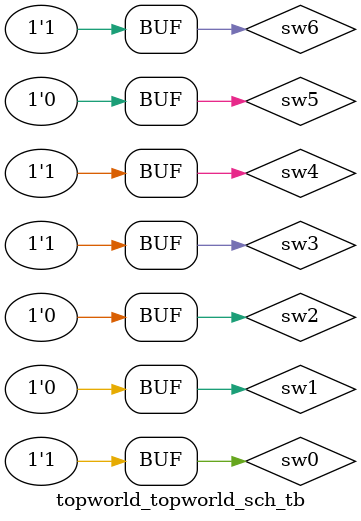
<source format=v>

`timescale 1ns / 1ps

module topworld_topworld_sch_tb();

// Inputs
   reg Cin;
   reg a1;
   reg b0;
   reg a0;
   reg b2;
   reg b1;
   reg a2;

// Output
   wire S3;
   wire s2;
   wire s0;
   wire s1;

// Bidirs

// Instantiate the UUT
   topworld UUT (
		.S3(S3), 
		.Cin(Cin), 
		.a1(a1), 
		.b0(b0), 
		.a0(a0), 
		.b2(b2), 
		.b1(b1), 
		.a2(a2), 
		.s2(s2), 
		.s0(s0), 
		.s1(s1)
   );
// Initialize Inputs
   `ifdef auto_init
       initial begin
		Cin = 0;
		a1 = 0;
		b0 = 0;
		a0 = 0;
		b2 = 0;
		b1 = 0;
		a2 = 0;
   `endif
	
	//      Uncomment the next line if you need to change the labels of the  inputs
//      reg sw0, sw1, sw2, sw3, sw4, sw5, sw6;
initial
begin	
// If your labels for the input markers from the switches are
// not sw0, sw1, etc. then  uncomment the lines below and substitute 
// your labels for each MY_SWITCH_#
// Also uncommnet the line above "initial"
//
//	assign MY_SWITCH_0 = sw0;
//	assign MY_SWITCH_1 = sw1;
//	assign MY_SWITCH_2 = sw2;
//	assign MY_SWITCH_3 = sw3;
//	assign MY_SWITCH_4 = sw4;
//	assign MY_SWITCH_5 = sw5;
//	assign MY_SWITCH_6 = sw6;

        sw0=1'b0;
        sw1=1'b0;
        sw2=1'b0;
        sw3=1'b0;
        sw4=1'b0;
        sw5=1'b0;
        sw6=1'b0;
        // sum is 0 
	//-------------  Current Time:  0ns
	#100;
	sw0 = 1'b1;
        // sum is 1
        // -------------  Current Time:  100ns
        #100;
        sw1 = 1'b1;
        // sum is 2
        // -------------  Current Time:  200ns
        #100;
        sw4 = 1'b1;
        // sum is 3
        // -------------  Current Time:  300ns
        #100;
        sw0 = 1'b0;
		  sw5 = 1'b1;
        // sum is 4
        // -------------  Current Time:  400ns
        #100;
        sw0 = 1'b1;
        // sum is 5
        // -------------  Current Time:  500ns
        #100;
        sw1 = 1'b0;
        sw2 = 1'b1;
        // sum is 6
        // -------------  Current Time:  600ns
        #200;
        sw1 = 1'b1;
        // sum is 7
        // -------------  Current Time:  700ns
        #100;
        sw4 = 1'b0;
        sw5 = 1'b0;
        sw6 = 1'b1;
        // sum is 8
        // -------------  Current Time:  800ns
        #100;
        sw4 = 1'b1;
        // sum is 9
        // -------------  Current Time:  900ns
        #100;
        sw1 = 1'b0;
        sw2 = 1'b0;
        sw3 = 1'b1;
        // sum is 10
        // -------------  Current Time:  1000ns
	//
	// complete this testbentch  so that all 
	// 16 hex values are generated
    end
	
endmodule

</source>
